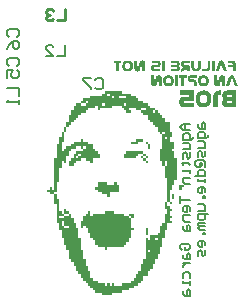
<source format=gbo>
%FSAX44Y44*%
%MOMM*%
G71*
G01*
G75*
G04 Layer_Color=32896*
%ADD10R,0.8000X0.9000*%
%ADD11R,0.9000X0.8000*%
%ADD12R,1.2000X2.0000*%
%ADD13O,0.4500X1.5000*%
%ADD14R,0.4500X1.5000*%
%ADD15R,1.8000X1.3000*%
%ADD16C,0.2000*%
%ADD17C,0.3000*%
%ADD18C,0.4000*%
%ADD19C,0.7000*%
%ADD20C,0.5000*%
%ADD21R,2.4130X3.6830*%
%ADD22C,2.3000*%
%ADD23R,2.4400X2.4400*%
%ADD24R,2.4400X2.4400*%
%ADD25C,1.0000*%
%ADD26C,1.8000*%
%ADD27C,0.8000*%
%ADD28C,0.6000*%
%ADD29C,0.2540*%
%ADD30C,0.1500*%
%ADD31C,0.1000*%
%ADD32R,1.0032X1.1032*%
%ADD33R,1.1032X1.0032*%
%ADD34R,1.4032X2.2032*%
%ADD35O,0.6532X1.7032*%
%ADD36R,0.6532X1.7032*%
%ADD37R,2.0032X1.5032*%
%ADD38C,2.5032*%
%ADD39R,2.6432X2.6432*%
%ADD40R,2.6432X2.6432*%
%ADD41C,1.2032*%
%ADD42C,2.0032*%
%ADD43C,1.0032*%
G36*
X00047537Y00209908D02*
X00047740Y00209892D01*
X00047912Y00209861D01*
X00048068Y00209830D01*
X00048193Y00209783D01*
X00048303Y00209751D01*
X00048365Y00209736D01*
X00048381Y00209720D01*
X00048553Y00209642D01*
X00048709Y00209548D01*
X00048834Y00209470D01*
X00048959Y00209377D01*
X00049053Y00209298D01*
X00049115Y00209252D01*
X00049162Y00209205D01*
X00049177Y00209189D01*
X00049396Y00208939D01*
X00049552Y00208689D01*
X00049615Y00208580D01*
X00049662Y00208502D01*
X00049677Y00208439D01*
X00049693Y00208424D01*
X00049755Y00208252D01*
X00049787Y00208096D01*
X00049818Y00207939D01*
X00049849Y00207799D01*
Y00207674D01*
X00049865Y00207580D01*
Y00207518D01*
Y00207502D01*
X00049849Y00207268D01*
X00049833Y00207033D01*
X00049802Y00206830D01*
X00049755Y00206643D01*
X00049709Y00206487D01*
X00049677Y00206362D01*
X00049662Y00206299D01*
X00049646Y00206268D01*
X00049537Y00206065D01*
X00049412Y00205877D01*
X00049287Y00205721D01*
X00049146Y00205581D01*
X00049021Y00205471D01*
X00048912Y00205393D01*
X00048849Y00205346D01*
X00048818Y00205331D01*
X00049006Y00205190D01*
X00049146Y00205049D01*
X00049209Y00205003D01*
X00049256Y00204956D01*
X00049271Y00204925D01*
X00049287Y00204909D01*
X00049427Y00204722D01*
X00049537Y00204550D01*
X00049568Y00204487D01*
X00049599Y00204425D01*
X00049630Y00204393D01*
Y00204378D01*
X00049709Y00204175D01*
X00049771Y00204003D01*
X00049787Y00203940D01*
X00049802Y00203878D01*
X00049818Y00203847D01*
Y00203831D01*
X00049849Y00203644D01*
X00049865Y00203472D01*
X00049880Y00203409D01*
Y00203362D01*
Y00203331D01*
Y00203316D01*
X00049865Y00203113D01*
X00049849Y00202925D01*
X00049818Y00202753D01*
X00049787Y00202597D01*
X00049755Y00202472D01*
X00049740Y00202378D01*
X00049709Y00202300D01*
Y00202285D01*
X00049630Y00202113D01*
X00049552Y00201957D01*
X00049474Y00201800D01*
X00049396Y00201675D01*
X00049334Y00201582D01*
X00049271Y00201504D01*
X00049240Y00201457D01*
X00049224Y00201441D01*
X00049099Y00201316D01*
X00048974Y00201207D01*
X00048834Y00201097D01*
X00048709Y00201019D01*
X00048600Y00200957D01*
X00048506Y00200910D01*
X00048443Y00200879D01*
X00048428Y00200863D01*
X00048240Y00200801D01*
X00048053Y00200754D01*
X00047865Y00200707D01*
X00047694Y00200691D01*
X00047537Y00200676D01*
X00047428Y00200660D01*
X00042148D01*
Y00203050D01*
X00046975D01*
X00047116Y00203066D01*
X00047240Y00203128D01*
X00047303Y00203175D01*
X00047334Y00203191D01*
X00047412Y00203316D01*
X00047459Y00203440D01*
X00047475Y00203550D01*
Y00203566D01*
Y00203581D01*
X00047459Y00203737D01*
X00047397Y00203862D01*
X00047350Y00203925D01*
X00047334Y00203956D01*
X00047225Y00204050D01*
X00047116Y00204097D01*
X00047022Y00204112D01*
X00042148D01*
Y00206502D01*
X00046975D01*
X00047131Y00206518D01*
X00047256Y00206580D01*
X00047319Y00206627D01*
X00047350Y00206643D01*
X00047428Y00206768D01*
X00047459Y00206893D01*
X00047475Y00206987D01*
Y00207002D01*
Y00207018D01*
X00047459Y00207158D01*
X00047397Y00207268D01*
X00047350Y00207346D01*
X00047334Y00207377D01*
X00047225Y00207471D01*
X00047116Y00207518D01*
X00047022Y00207533D01*
X00042148D01*
Y00209923D01*
X00047319D01*
X00047537Y00209908D01*
D02*
G37*
G36*
X00010922Y00076200D02*
X00008890D01*
Y00078232D01*
X00006858D01*
Y00080264D01*
X00010922D01*
Y00076200D01*
D02*
G37*
G36*
X00023114Y00061976D02*
X00021082D01*
Y00068072D01*
X00023114D01*
Y00061976D01*
D02*
G37*
G36*
X00058628Y00207533D02*
X00053786D01*
X00053645Y00207502D01*
X00053551Y00207455D01*
X00053473Y00207408D01*
X00053458Y00207377D01*
X00053380Y00207252D01*
X00053333Y00207143D01*
X00053317Y00207049D01*
Y00207033D01*
Y00207018D01*
X00053333Y00206861D01*
X00053380Y00206752D01*
X00053442Y00206674D01*
X00053458Y00206643D01*
X00053567Y00206565D01*
X00053676Y00206518D01*
X00053770Y00206502D01*
X00055816D01*
X00056066Y00206471D01*
X00056301Y00206440D01*
X00056519Y00206393D01*
X00056722Y00206330D01*
X00056910Y00206268D01*
X00057082Y00206206D01*
X00057222Y00206143D01*
X00057363Y00206065D01*
X00057488Y00206002D01*
X00057582Y00205940D01*
X00057660Y00205877D01*
X00057738Y00205831D01*
X00057785Y00205799D01*
X00057800Y00205784D01*
X00057816Y00205768D01*
X00057956Y00205627D01*
X00058081Y00205471D01*
X00058191Y00205299D01*
X00058285Y00205128D01*
X00058425Y00204768D01*
X00058519Y00204425D01*
X00058581Y00204112D01*
X00058597Y00203972D01*
X00058612Y00203847D01*
X00058628Y00203753D01*
Y00203675D01*
Y00203628D01*
Y00203612D01*
Y00200660D01*
X00056238D01*
Y00202800D01*
X00050724Y00200551D01*
Y00203175D01*
X00053583Y00204128D01*
X00053317Y00204159D01*
X00053083Y00204206D01*
X00052880Y00204253D01*
X00052708Y00204315D01*
X00052567Y00204362D01*
X00052458Y00204409D01*
X00052380Y00204440D01*
X00052364Y00204456D01*
X00052192Y00204565D01*
X00052021Y00204675D01*
X00051880Y00204784D01*
X00051771Y00204878D01*
X00051677Y00204971D01*
X00051614Y00205049D01*
X00051568Y00205096D01*
X00051552Y00205112D01*
X00051442Y00205268D01*
X00051333Y00205424D01*
X00051255Y00205581D01*
X00051193Y00205721D01*
X00051146Y00205846D01*
X00051115Y00205940D01*
X00051083Y00206002D01*
Y00206018D01*
X00050989Y00206393D01*
X00050958Y00206565D01*
X00050943Y00206721D01*
X00050927Y00206846D01*
Y00206940D01*
Y00207018D01*
Y00207033D01*
Y00207252D01*
X00050958Y00207455D01*
X00050974Y00207627D01*
X00051005Y00207799D01*
X00051036Y00207939D01*
X00051068Y00208033D01*
X00051083Y00208111D01*
X00051099Y00208127D01*
X00051177Y00208314D01*
X00051255Y00208502D01*
X00051349Y00208658D01*
X00051442Y00208783D01*
X00051521Y00208892D01*
X00051583Y00208986D01*
X00051630Y00209033D01*
X00051646Y00209049D01*
X00051802Y00209189D01*
X00051958Y00209314D01*
X00052114Y00209423D01*
X00052270Y00209517D01*
X00052411Y00209595D01*
X00052520Y00209642D01*
X00052583Y00209673D01*
X00052614Y00209689D01*
X00052848Y00209767D01*
X00053083Y00209830D01*
X00053317Y00209861D01*
X00053536Y00209892D01*
X00053739Y00209908D01*
X00053879Y00209923D01*
X00058628D01*
Y00207533D01*
D02*
G37*
G36*
X-00005334Y00080264D02*
X00002794D01*
Y00078232D01*
X00006858D01*
Y00076200D01*
X00008890D01*
Y00068072D01*
X00010922D01*
Y00066040D01*
X00008890D01*
Y00059944D01*
X00006858D01*
Y00055880D01*
X00004826D01*
Y00053848D01*
X00002794D01*
Y00051816D01*
X-00011430D01*
Y00049784D01*
X-00013462D01*
Y00051816D01*
X-00019558D01*
Y00053848D01*
X-00021590D01*
Y00057912D01*
X-00023622D01*
Y00059944D01*
X-00025654D01*
Y00064008D01*
X-00027686D01*
Y00068072D01*
X-00029718D01*
Y00070104D01*
X-00031750D01*
Y00068072D01*
X-00033782D01*
Y00074168D01*
X-00031750D01*
Y00078232D01*
X-00029718D01*
Y00080264D01*
X-00027686D01*
Y00082296D01*
X-00025654D01*
Y00078232D01*
X-00023622D01*
Y00080264D01*
X-00013462D01*
Y00082296D01*
X-00005334D01*
Y00080264D01*
D02*
G37*
G36*
X-00003302Y00104648D02*
X-00001270D01*
Y00098552D01*
X-00009398D01*
Y00094488D01*
X-00011430D01*
Y00096520D01*
X-00015494D01*
Y00098552D01*
X-00019558D01*
Y00100584D01*
X-00021590D01*
Y00102616D01*
X-00019558D01*
Y00106680D01*
X-00011430D01*
Y00104648D01*
X-00005334D01*
Y00106680D01*
X-00003302D01*
Y00104648D01*
D02*
G37*
G36*
X00037290Y00200660D02*
X00034900D01*
Y00209923D01*
X00037290D01*
Y00200660D01*
D02*
G37*
G36*
X00045466Y00092456D02*
X00043434D01*
Y00096520D01*
X00045466D01*
Y00092456D01*
D02*
G37*
G36*
X00053594Y00102616D02*
X00051562D01*
Y00100584D01*
X00049530D01*
Y00104648D01*
X00053594D01*
Y00102616D01*
D02*
G37*
G36*
X00075952Y00204722D02*
X00075936Y00204378D01*
X00075905Y00204065D01*
X00075874Y00203769D01*
X00075827Y00203534D01*
X00075780Y00203316D01*
X00075733Y00203159D01*
X00075718Y00203113D01*
Y00203066D01*
X00075702Y00203050D01*
Y00203034D01*
X00075593Y00202769D01*
X00075468Y00202519D01*
X00075343Y00202300D01*
X00075218Y00202113D01*
X00075093Y00201957D01*
X00074999Y00201847D01*
X00074936Y00201785D01*
X00074921Y00201754D01*
X00074718Y00201566D01*
X00074499Y00201410D01*
X00074280Y00201269D01*
X00074077Y00201144D01*
X00073906Y00201066D01*
X00073749Y00200988D01*
X00073656Y00200957D01*
X00073640Y00200941D01*
X00073624D01*
X00073327Y00200847D01*
X00073015Y00200785D01*
X00072703Y00200723D01*
X00072421Y00200691D01*
X00072172Y00200676D01*
X00072078D01*
X00071984Y00200660D01*
X00068844D01*
Y00203050D01*
X00071859D01*
X00072156Y00203066D01*
X00072406Y00203113D01*
X00072625Y00203191D01*
X00072796Y00203269D01*
X00072937Y00203347D01*
X00073046Y00203425D01*
X00073109Y00203472D01*
X00073124Y00203487D01*
X00073265Y00203659D01*
X00073374Y00203862D01*
X00073453Y00204065D01*
X00073499Y00204268D01*
X00073531Y00204440D01*
X00073562Y00204597D01*
Y00204690D01*
Y00204706D01*
Y00204722D01*
Y00209923D01*
X00075952D01*
Y00204722D01*
D02*
G37*
G36*
X00070647Y00184630D02*
X00071184Y00184582D01*
X00071696Y00184484D01*
X00072185Y00184362D01*
X00072624Y00184240D01*
X00073014Y00184069D01*
X00073381Y00183923D01*
X00073722Y00183752D01*
X00074015Y00183581D01*
X00074259Y00183410D01*
X00074479Y00183239D01*
X00074650Y00183117D01*
X00074796Y00182995D01*
X00074894Y00182897D01*
X00074943Y00182848D01*
X00074967Y00182824D01*
X00075260Y00182458D01*
X00075529Y00182067D01*
X00075773Y00181652D01*
X00075968Y00181213D01*
X00076139Y00180774D01*
X00076285Y00180334D01*
X00076383Y00179895D01*
X00076481Y00179456D01*
X00076554Y00179065D01*
X00076627Y00178675D01*
X00076652Y00178333D01*
X00076700Y00178040D01*
Y00177796D01*
X00076725Y00177600D01*
Y00177503D01*
Y00177454D01*
Y00177381D01*
X00076700Y00176722D01*
X00076652Y00176112D01*
X00076554Y00175550D01*
X00076432Y00175013D01*
X00076285Y00174501D01*
X00076115Y00174037D01*
X00075919Y00173622D01*
X00075675Y00173207D01*
X00075455Y00172865D01*
X00075187Y00172523D01*
X00074918Y00172206D01*
X00074626Y00171938D01*
X00074333Y00171693D01*
X00074015Y00171474D01*
X00073405Y00171083D01*
X00072795Y00170790D01*
X00072185Y00170571D01*
X00071623Y00170400D01*
X00071111Y00170302D01*
X00070696Y00170229D01*
X00070525Y00170204D01*
X00070378D01*
X00070256Y00170180D01*
X00069939D01*
X00069329Y00170204D01*
X00068767Y00170253D01*
X00068230Y00170351D01*
X00067742Y00170497D01*
X00067278Y00170644D01*
X00066863Y00170839D01*
X00066473Y00171059D01*
X00066107Y00171303D01*
X00065765Y00171571D01*
X00065448Y00171840D01*
X00065179Y00172157D01*
X00064910Y00172450D01*
X00064471Y00173109D01*
X00064129Y00173793D01*
X00063861Y00174452D01*
X00063641Y00175111D01*
X00063495Y00175721D01*
X00063397Y00176258D01*
X00063373Y00176502D01*
X00063348Y00176722D01*
X00063324Y00176917D01*
X00063299Y00177064D01*
Y00177210D01*
Y00177307D01*
Y00177356D01*
Y00177381D01*
Y00177454D01*
X00063324Y00178113D01*
X00063373Y00178723D01*
X00063470Y00179285D01*
X00063592Y00179822D01*
X00063763Y00180334D01*
X00063934Y00180798D01*
X00064129Y00181213D01*
X00064349Y00181628D01*
X00064593Y00181970D01*
X00064862Y00182311D01*
X00065130Y00182629D01*
X00065423Y00182897D01*
X00065716Y00183141D01*
X00066033Y00183386D01*
X00066644Y00183752D01*
X00067278Y00184044D01*
X00067864Y00184264D01*
X00068425Y00184435D01*
X00068938Y00184533D01*
X00069353Y00184606D01*
X00069524Y00184630D01*
X00069670D01*
X00069792Y00184655D01*
X00070061D01*
X00070647Y00184630D01*
D02*
G37*
G36*
X00084487Y00180920D02*
X00084121Y00180896D01*
X00083803Y00180871D01*
X00083511Y00180823D01*
X00083266Y00180749D01*
X00083071Y00180676D01*
X00082925Y00180627D01*
X00082827Y00180603D01*
X00082803Y00180578D01*
X00082583Y00180432D01*
X00082412Y00180285D01*
X00082290Y00180115D01*
X00082192Y00179944D01*
X00082144Y00179797D01*
X00082119Y00179675D01*
Y00179578D01*
Y00179553D01*
Y00170180D01*
X00078384D01*
Y00179529D01*
X00078409Y00179993D01*
X00078458Y00180408D01*
X00078555Y00180798D01*
X00078653Y00181115D01*
X00078751Y00181384D01*
X00078848Y00181579D01*
X00078897Y00181701D01*
X00078921Y00181750D01*
X00079141Y00182092D01*
X00079361Y00182409D01*
X00079605Y00182678D01*
X00079825Y00182897D01*
X00080020Y00183093D01*
X00080166Y00183215D01*
X00080264Y00183312D01*
X00080313Y00183337D01*
X00080630Y00183581D01*
X00080972Y00183776D01*
X00081314Y00183947D01*
X00081607Y00184069D01*
X00081875Y00184167D01*
X00082070Y00184264D01*
X00082217Y00184289D01*
X00082241Y00184313D01*
X00082266D01*
X00082681Y00184435D01*
X00083071Y00184508D01*
X00083462Y00184582D01*
X00083779Y00184606D01*
X00084072Y00184630D01*
X00084292Y00184655D01*
X00084487D01*
Y00180920D01*
D02*
G37*
G36*
X00067782Y00204268D02*
X00067766Y00203972D01*
X00067735Y00203706D01*
X00067704Y00203456D01*
X00067657Y00203237D01*
X00067610Y00203050D01*
X00067563Y00202925D01*
X00067548Y00202831D01*
X00067532Y00202816D01*
Y00202800D01*
X00067423Y00202566D01*
X00067298Y00202347D01*
X00067173Y00202144D01*
X00067048Y00201988D01*
X00066939Y00201847D01*
X00066845Y00201754D01*
X00066782Y00201675D01*
X00066767Y00201660D01*
X00066564Y00201488D01*
X00066345Y00201347D01*
X00066142Y00201222D01*
X00065939Y00201113D01*
X00065767Y00201035D01*
X00065626Y00200972D01*
X00065533Y00200941D01*
X00065517Y00200926D01*
X00065501D01*
X00065220Y00200832D01*
X00064923Y00200769D01*
X00064627Y00200723D01*
X00064361Y00200691D01*
X00064142Y00200676D01*
X00063955Y00200660D01*
X00063799D01*
X00063439Y00200676D01*
X00063111Y00200707D01*
X00062815Y00200738D01*
X00062549Y00200785D01*
X00062346Y00200832D01*
X00062190Y00200879D01*
X00062143Y00200894D01*
X00062096D01*
X00062080Y00200910D01*
X00062065D01*
X00061799Y00201019D01*
X00061565Y00201144D01*
X00061346Y00201254D01*
X00061174Y00201379D01*
X00061034Y00201488D01*
X00060924Y00201566D01*
X00060846Y00201628D01*
X00060831Y00201644D01*
X00060659Y00201832D01*
X00060503Y00202035D01*
X00060378Y00202222D01*
X00060268Y00202394D01*
X00060190Y00202550D01*
X00060143Y00202675D01*
X00060112Y00202753D01*
X00060097Y00202785D01*
X00060018Y00203050D01*
X00059956Y00203300D01*
X00059909Y00203550D01*
X00059878Y00203784D01*
X00059862Y00203987D01*
X00059847Y00204144D01*
Y00204206D01*
Y00204253D01*
Y00204268D01*
Y00204284D01*
Y00209923D01*
X00062237D01*
Y00204284D01*
X00062252Y00204097D01*
X00062299Y00203909D01*
X00062362Y00203769D01*
X00062424Y00203628D01*
X00062487Y00203534D01*
X00062549Y00203456D01*
X00062596Y00203409D01*
X00062611Y00203394D01*
X00062768Y00203284D01*
X00062940Y00203191D01*
X00063143Y00203128D01*
X00063314Y00203097D01*
X00063486Y00203066D01*
X00063627Y00203050D01*
X00063783D01*
X00064049Y00203066D01*
X00064299Y00203097D01*
X00064502Y00203159D01*
X00064658Y00203222D01*
X00064798Y00203284D01*
X00064892Y00203347D01*
X00064955Y00203378D01*
X00064970Y00203394D01*
X00065111Y00203534D01*
X00065220Y00203675D01*
X00065283Y00203831D01*
X00065345Y00203972D01*
X00065376Y00204097D01*
X00065392Y00204190D01*
Y00204253D01*
Y00204284D01*
Y00209923D01*
X00067782D01*
Y00204268D01*
D02*
G37*
G36*
X00061615Y00175574D02*
X00053975D01*
X00053755Y00175526D01*
X00053609Y00175452D01*
X00053487Y00175379D01*
X00053463Y00175330D01*
X00053341Y00175135D01*
X00053292Y00174940D01*
X00053267Y00174793D01*
Y00174769D01*
Y00174745D01*
X00053292Y00174525D01*
X00053365Y00174354D01*
X00053438Y00174232D01*
X00053463Y00174208D01*
Y00174183D01*
X00053536Y00174086D01*
X00053633Y00174037D01*
X00053780Y00173939D01*
X00053926Y00173915D01*
X00061615D01*
Y00170180D01*
X00053975D01*
X00053609Y00170204D01*
X00053292Y00170229D01*
X00052974Y00170278D01*
X00052706Y00170351D01*
X00052486Y00170424D01*
X00052315Y00170473D01*
X00052218Y00170497D01*
X00052169Y00170522D01*
X00051876Y00170668D01*
X00051607Y00170815D01*
X00051363Y00170986D01*
X00051144Y00171132D01*
X00050973Y00171254D01*
X00050851Y00171376D01*
X00050778Y00171449D01*
X00050753Y00171474D01*
X00050533Y00171718D01*
X00050363Y00171962D01*
X00050216Y00172206D01*
X00050070Y00172450D01*
X00049972Y00172645D01*
X00049899Y00172792D01*
X00049874Y00172914D01*
X00049850Y00172938D01*
X00049752Y00173256D01*
X00049655Y00173573D01*
X00049606Y00173866D01*
X00049581Y00174159D01*
X00049557Y00174403D01*
X00049533Y00174574D01*
Y00174696D01*
Y00174745D01*
Y00175135D01*
X00049581Y00175477D01*
X00049703Y00176136D01*
X00049899Y00176697D01*
X00050094Y00177185D01*
X00050192Y00177381D01*
X00050289Y00177552D01*
X00050387Y00177722D01*
X00050485Y00177845D01*
X00050558Y00177942D01*
X00050607Y00178015D01*
X00050631Y00178040D01*
X00050655Y00178064D01*
X00050875Y00178284D01*
X00051119Y00178479D01*
X00051388Y00178650D01*
X00051656Y00178797D01*
X00052193Y00179016D01*
X00052730Y00179163D01*
X00053218Y00179236D01*
X00053438Y00179260D01*
X00053609Y00179285D01*
X00053755Y00179309D01*
X00057856D01*
Y00180920D01*
X00050021D01*
Y00184655D01*
X00061615D01*
Y00175574D01*
D02*
G37*
G36*
X00097790Y00170180D02*
X00090565D01*
X00090101Y00170204D01*
X00089662Y00170229D01*
X00089271Y00170302D01*
X00088954Y00170375D01*
X00088685Y00170424D01*
X00088490Y00170497D01*
X00088368Y00170522D01*
X00088319Y00170546D01*
X00087977Y00170693D01*
X00087684Y00170839D01*
X00087440Y00171010D01*
X00087221Y00171156D01*
X00087050Y00171303D01*
X00086928Y00171401D01*
X00086855Y00171474D01*
X00086830Y00171498D01*
X00086635Y00171742D01*
X00086464Y00171962D01*
X00086318Y00172182D01*
X00086195Y00172401D01*
X00086122Y00172572D01*
X00086049Y00172719D01*
X00086000Y00172816D01*
Y00172841D01*
X00085903Y00173134D01*
X00085854Y00173402D01*
X00085805Y00173646D01*
X00085756Y00173866D01*
Y00174061D01*
X00085732Y00174208D01*
Y00174305D01*
Y00174330D01*
X00085756Y00174598D01*
X00085781Y00174867D01*
X00085805Y00174964D01*
Y00175037D01*
X00085829Y00175086D01*
Y00175111D01*
X00085927Y00175428D01*
X00086025Y00175697D01*
X00086074Y00175819D01*
X00086098Y00175892D01*
X00086147Y00175941D01*
Y00175965D01*
X00086318Y00176282D01*
X00086464Y00176551D01*
X00086537Y00176649D01*
X00086610Y00176722D01*
X00086635Y00176770D01*
X00086659Y00176795D01*
X00086903Y00177064D01*
X00087148Y00177283D01*
X00087269Y00177356D01*
X00087343Y00177430D01*
X00087392Y00177454D01*
X00087416Y00177478D01*
X00087123Y00177698D01*
X00086879Y00177918D01*
X00086781Y00178015D01*
X00086708Y00178089D01*
X00086684Y00178113D01*
X00086659Y00178137D01*
X00086440Y00178430D01*
X00086293Y00178699D01*
X00086244Y00178797D01*
X00086195Y00178870D01*
X00086171Y00178919D01*
Y00178943D01*
X00086049Y00179236D01*
X00085976Y00179504D01*
X00085951Y00179602D01*
Y00179675D01*
X00085927Y00179724D01*
Y00179748D01*
X00085878Y00180041D01*
X00085854Y00180285D01*
Y00180383D01*
Y00180456D01*
Y00180481D01*
Y00180505D01*
X00085878Y00180847D01*
X00085903Y00181189D01*
X00085976Y00181482D01*
X00086025Y00181726D01*
X00086098Y00181945D01*
X00086171Y00182092D01*
X00086195Y00182214D01*
X00086220Y00182238D01*
X00086366Y00182507D01*
X00086513Y00182775D01*
X00086659Y00182995D01*
X00086830Y00183190D01*
X00086952Y00183337D01*
X00087074Y00183434D01*
X00087148Y00183507D01*
X00087172Y00183532D01*
X00087416Y00183727D01*
X00087660Y00183898D01*
X00087904Y00184020D01*
X00088148Y00184142D01*
X00088344Y00184240D01*
X00088514Y00184313D01*
X00088612Y00184338D01*
X00088661Y00184362D01*
X00088978Y00184459D01*
X00089320Y00184533D01*
X00089637Y00184582D01*
X00089930Y00184630D01*
X00090199D01*
X00090394Y00184655D01*
X00097790D01*
Y00170180D01*
D02*
G37*
G36*
X00085340Y00210017D02*
X00085574Y00209986D01*
X00085793Y00209923D01*
X00085981Y00209861D01*
X00086121Y00209798D01*
X00086246Y00209736D01*
X00086309Y00209705D01*
X00086340Y00209689D01*
X00086527Y00209548D01*
X00086684Y00209392D01*
X00086824Y00209220D01*
X00086933Y00209049D01*
X00087027Y00208892D01*
X00087090Y00208767D01*
X00087121Y00208674D01*
X00087136Y00208658D01*
Y00208642D01*
X00089948Y00200660D01*
X00087418D01*
X00085090Y00207346D01*
X00082747Y00200660D01*
X00080201D01*
X00083028Y00208642D01*
X00083138Y00208892D01*
X00083263Y00209111D01*
X00083403Y00209283D01*
X00083528Y00209439D01*
X00083637Y00209548D01*
X00083731Y00209627D01*
X00083794Y00209673D01*
X00083825Y00209689D01*
X00084028Y00209798D01*
X00084247Y00209892D01*
X00084450Y00209954D01*
X00084653Y00209986D01*
X00084825Y00210017D01*
X00084950Y00210033D01*
X00085075D01*
X00085340Y00210017D01*
D02*
G37*
G36*
X00079529Y00200660D02*
X00077139D01*
Y00209923D01*
X00079529D01*
Y00200660D01*
D02*
G37*
G36*
X00018623Y00209954D02*
X00018795Y00209923D01*
X00018951Y00209892D01*
X00019076Y00209861D01*
X00019185Y00209830D01*
X00019248Y00209814D01*
X00019263Y00209798D01*
X00019435Y00209720D01*
X00019591Y00209642D01*
X00019748Y00209564D01*
X00019872Y00209486D01*
X00019966Y00209408D01*
X00020044Y00209345D01*
X00020091Y00209314D01*
X00020107Y00209298D01*
X00020341Y00209033D01*
X00020435Y00208908D01*
X00020513Y00208783D01*
X00020575Y00208674D01*
X00020622Y00208580D01*
X00020638Y00208517D01*
X00020654Y00208502D01*
X00020716Y00208330D01*
X00020763Y00208143D01*
X00020794Y00207971D01*
X00020810Y00207814D01*
X00020825Y00207674D01*
X00020841Y00207565D01*
Y00207502D01*
Y00207471D01*
Y00200660D01*
X00018357D01*
Y00207455D01*
X00018342Y00207533D01*
X00018310Y00207565D01*
X00018295Y00207580D01*
X00018279D01*
X00018217Y00207565D01*
X00018185Y00207533D01*
X00018170Y00207486D01*
Y00207471D01*
X00016545Y00202456D01*
X00016420Y00202144D01*
X00016280Y00201863D01*
X00016123Y00201613D01*
X00015967Y00201425D01*
X00015827Y00201269D01*
X00015717Y00201160D01*
X00015639Y00201082D01*
X00015608Y00201066D01*
X00015358Y00200910D01*
X00015108Y00200785D01*
X00014874Y00200707D01*
X00014639Y00200644D01*
X00014452Y00200613D01*
X00014296Y00200597D01*
X00014233Y00200582D01*
X00014155D01*
X00013952Y00200597D01*
X00013749Y00200613D01*
X00013577Y00200644D01*
X00013421Y00200676D01*
X00013296Y00200707D01*
X00013202Y00200723D01*
X00013140Y00200754D01*
X00013124D01*
X00012952Y00200832D01*
X00012796Y00200910D01*
X00012656Y00200988D01*
X00012531Y00201066D01*
X00012437Y00201144D01*
X00012359Y00201207D01*
X00012312Y00201238D01*
X00012296Y00201254D01*
X00012171Y00201379D01*
X00012062Y00201519D01*
X00011953Y00201644D01*
X00011875Y00201769D01*
X00011812Y00201878D01*
X00011765Y00201972D01*
X00011750Y00202035D01*
X00011734Y00202050D01*
X00011671Y00202222D01*
X00011609Y00202410D01*
X00011578Y00202581D01*
X00011562Y00202738D01*
X00011546Y00202878D01*
X00011531Y00202987D01*
Y00203050D01*
Y00203081D01*
Y00209908D01*
X00014015D01*
Y00203128D01*
X00014030Y00203034D01*
X00014061Y00202987D01*
X00014093Y00202972D01*
X00014108D01*
X00014155Y00202987D01*
X00014186Y00203034D01*
X00014218Y00203066D01*
Y00203081D01*
X00015733Y00207752D01*
X00015874Y00208127D01*
X00016030Y00208455D01*
X00016201Y00208736D01*
X00016373Y00208970D01*
X00016514Y00209142D01*
X00016639Y00209283D01*
X00016717Y00209361D01*
X00016733Y00209392D01*
X00016748D01*
X00016998Y00209595D01*
X00017264Y00209736D01*
X00017514Y00209845D01*
X00017748Y00209908D01*
X00017935Y00209954D01*
X00018092Y00209970D01*
X00018154Y00209986D01*
X00018435D01*
X00018623Y00209954D01*
D02*
G37*
G36*
X00094025Y00209908D02*
X00094369Y00209876D01*
X00094681Y00209830D01*
X00094947Y00209783D01*
X00095166Y00209720D01*
X00095322Y00209673D01*
X00095384Y00209658D01*
X00095431Y00209642D01*
X00095447Y00209627D01*
X00095463D01*
X00095744Y00209517D01*
X00095994Y00209377D01*
X00096212Y00209252D01*
X00096400Y00209111D01*
X00096556Y00209002D01*
X00096665Y00208908D01*
X00096728Y00208845D01*
X00096759Y00208814D01*
X00096946Y00208611D01*
X00097103Y00208392D01*
X00097228Y00208174D01*
X00097337Y00207971D01*
X00097431Y00207783D01*
X00097493Y00207643D01*
X00097524Y00207549D01*
X00097540Y00207533D01*
Y00207518D01*
X00097618Y00207236D01*
X00097681Y00206940D01*
X00097727Y00206658D01*
X00097759Y00206409D01*
X00097774Y00206174D01*
X00097790Y00206002D01*
Y00205940D01*
Y00205893D01*
Y00205862D01*
Y00205846D01*
Y00200660D01*
X00095400D01*
Y00204112D01*
X00090511D01*
Y00206502D01*
X00095322D01*
X00095306Y00206690D01*
X00095259Y00206815D01*
X00095212Y00206908D01*
X00095197Y00206940D01*
X00095072Y00207065D01*
X00094963Y00207174D01*
X00094853Y00207236D01*
X00094838Y00207252D01*
X00094822D01*
X00094635Y00207346D01*
X00094478Y00207408D01*
X00094400Y00207424D01*
X00094353Y00207439D01*
X00094322Y00207455D01*
X00094306D01*
X00094088Y00207502D01*
X00093885Y00207518D01*
X00093807Y00207533D01*
X00090511D01*
Y00209923D01*
X00093650D01*
X00094025Y00209908D01*
D02*
G37*
G36*
X-00048006Y00141224D02*
X-00050038D01*
Y00133096D01*
X-00048006D01*
Y00135128D01*
X-00045974D01*
Y00137160D01*
X-00041910D01*
Y00139192D01*
X-00039878D01*
Y00141224D01*
X-00033782D01*
Y00143256D01*
X-00031750D01*
Y00141224D01*
X-00027686D01*
Y00139192D01*
X-00023622D01*
Y00135128D01*
X-00021590D01*
Y00133096D01*
X-00019558D01*
Y00131064D01*
X-00017526D01*
Y00127000D01*
X-00023622D01*
Y00122936D01*
X-00025654D01*
Y00124968D01*
X-00029718D01*
Y00127000D01*
X-00033782D01*
Y00124968D01*
X-00037846D01*
Y00122936D01*
X-00039878D01*
Y00120904D01*
X-00043942D01*
Y00124968D01*
X-00041910D01*
Y00127000D01*
X-00039878D01*
Y00131064D01*
X-00037846D01*
Y00133096D01*
X-00031750D01*
Y00135128D01*
X-00033782D01*
Y00137160D01*
X-00037846D01*
Y00135128D01*
X-00041910D01*
Y00133096D01*
X-00043942D01*
Y00129032D01*
X-00045974D01*
Y00122936D01*
X-00048006D01*
Y00124968D01*
X-00050038D01*
Y00118872D01*
X-00052070D01*
Y00106680D01*
X-00054102D01*
Y00098552D01*
X-00056134D01*
Y00096520D01*
X-00054102D01*
Y00092456D01*
X-00052070D01*
Y00082296D01*
X-00050038D01*
Y00080264D01*
X-00048006D01*
Y00078232D01*
X-00043942D01*
Y00080264D01*
X-00048006D01*
Y00084328D01*
X-00045974D01*
Y00082296D01*
X-00043942D01*
Y00080264D01*
X-00041910D01*
Y00076200D01*
X-00039878D01*
Y00072136D01*
X-00037846D01*
Y00068072D01*
X-00035814D01*
Y00059944D01*
X-00033782D01*
Y00049784D01*
X-00031750D01*
Y00041656D01*
X-00029718D01*
Y00035560D01*
X-00027686D01*
Y00031496D01*
X-00025654D01*
Y00025400D01*
X-00023622D01*
Y00023368D01*
X-00019558D01*
Y00021336D01*
X-00013462D01*
Y00019304D01*
X-00011430D01*
Y00021336D01*
X-00009398D01*
Y00019304D01*
X-00007366D01*
Y00021336D01*
X-00005334D01*
Y00019304D01*
X00000762D01*
Y00021336D01*
X00008890D01*
Y00023368D01*
X00010922D01*
Y00025400D01*
X00012954D01*
Y00029464D01*
X00014986D01*
Y00031496D01*
X00017018D01*
Y00037592D01*
X00019050D01*
Y00041656D01*
X00021082D01*
Y00059944D01*
X00023114D01*
Y00057912D01*
X00025146D01*
Y00061976D01*
X00031242D01*
Y00064008D01*
X00033274D01*
Y00070104D01*
X00035306D01*
Y00072136D01*
X00037338D01*
Y00080264D01*
X00039370D01*
Y00084328D01*
X00037338D01*
Y00090424D01*
X00039370D01*
Y00086360D01*
X00041402D01*
Y00084328D01*
X00043434D01*
Y00082296D01*
X00041402D01*
Y00078232D01*
X00043434D01*
Y00076200D01*
X00041402D01*
Y00074168D01*
X00043434D01*
Y00072136D01*
X00039370D01*
Y00066040D01*
X00037338D01*
Y00059944D01*
X00035306D01*
Y00051816D01*
X00033274D01*
Y00045720D01*
X00031242D01*
Y00041656D01*
X00029210D01*
Y00037592D01*
X00027178D01*
Y00033528D01*
X00025146D01*
Y00031496D01*
X00023114D01*
Y00027432D01*
X00019050D01*
Y00023368D01*
X00017018D01*
Y00021336D01*
X00014986D01*
Y00019304D01*
X00010922D01*
Y00017272D01*
X00006858D01*
Y00015240D01*
X00000762D01*
Y00013208D01*
X-00007366D01*
Y00011176D01*
X-00015494D01*
Y00013208D01*
X-00021590D01*
Y00015240D01*
X-00023622D01*
Y00017272D01*
X-00025654D01*
Y00019304D01*
X-00027686D01*
Y00021336D01*
X-00029718D01*
Y00023368D01*
X-00031750D01*
Y00025400D01*
X-00033782D01*
Y00029464D01*
X-00035814D01*
Y00031496D01*
X-00037846D01*
Y00035560D01*
X-00039878D01*
Y00039624D01*
X-00041910D01*
Y00041656D01*
X-00043942D01*
Y00049784D01*
X-00045974D01*
Y00053848D01*
X-00048006D01*
Y00059944D01*
X-00050038D01*
Y00066040D01*
X-00052070D01*
Y00072136D01*
X-00054102D01*
Y00088392D01*
X-00056134D01*
Y00096520D01*
X-00060198D01*
Y00098552D01*
X-00062230D01*
Y00100584D01*
X-00060198D01*
Y00102616D01*
X-00058166D01*
Y00100584D01*
X-00056134D01*
Y00127000D01*
X-00054102D01*
Y00139192D01*
X-00052070D01*
Y00145288D01*
X-00050038D01*
Y00149352D01*
X-00048006D01*
Y00141224D01*
D02*
G37*
G36*
X00000762Y00181864D02*
X00008890D01*
Y00179832D01*
X00012954D01*
Y00177800D01*
X00014986D01*
Y00175768D01*
X00019050D01*
Y00173736D01*
X00023114D01*
Y00171704D01*
X00025146D01*
Y00169672D01*
X00029210D01*
Y00167640D01*
X00031242D01*
Y00165608D01*
X00033274D01*
Y00163576D01*
X00035306D01*
Y00161544D01*
X00037338D01*
Y00157480D01*
X00041402D01*
Y00149352D01*
X00043434D01*
Y00145288D01*
X00041402D01*
Y00141224D01*
X00045466D01*
Y00135128D01*
X00043434D01*
Y00133096D01*
X00045466D01*
Y00127000D01*
X00047498D01*
Y00108712D01*
X00045466D01*
Y00104648D01*
X00043434D01*
Y00100584D01*
X00041402D01*
Y00090424D01*
X00043434D01*
Y00088392D01*
X00041402D01*
Y00090424D01*
X00039370D01*
Y00110744D01*
X00037338D01*
Y00120904D01*
X00035306D01*
Y00124968D01*
X00033274D01*
Y00135128D01*
X00035306D01*
Y00147320D01*
X00033274D01*
Y00149352D01*
X00031242D01*
Y00153416D01*
X00029210D01*
Y00155448D01*
X00027178D01*
Y00157480D01*
X00025146D01*
Y00159512D01*
X00023114D01*
Y00163576D01*
X00019050D01*
Y00165608D01*
X00017018D01*
Y00167640D01*
X00012954D01*
Y00169672D01*
X00006858D01*
Y00167640D01*
X00008890D01*
Y00165608D01*
X00004826D01*
Y00167640D01*
X00002794D01*
Y00169672D01*
X00000762D01*
Y00171704D01*
X-00007366D01*
Y00169672D01*
X-00017526D01*
Y00167640D01*
X-00019558D01*
Y00171704D01*
X-00021590D01*
Y00169672D01*
X-00027686D01*
Y00167640D01*
X-00029718D01*
Y00165608D01*
X-00033782D01*
Y00163576D01*
X-00035814D01*
Y00161544D01*
X-00037846D01*
Y00159512D01*
X-00039878D01*
Y00157480D01*
X-00041910D01*
Y00155448D01*
X-00043942D01*
Y00153416D01*
X-00045974D01*
Y00157480D01*
X-00043942D01*
Y00163576D01*
X-00041910D01*
Y00167640D01*
X-00039878D01*
Y00171704D01*
X-00037846D01*
Y00173736D01*
X-00033782D01*
Y00171704D01*
X-00029718D01*
Y00173736D01*
X-00033782D01*
Y00175768D01*
X-00031750D01*
Y00177800D01*
X-00025654D01*
Y00179832D01*
X-00015494D01*
Y00181864D01*
X-00013462D01*
Y00183896D01*
X00000762D01*
Y00181864D01*
D02*
G37*
G36*
X00094317Y00197531D02*
X00094552Y00197500D01*
X00094770Y00197438D01*
X00094958Y00197375D01*
X00095098Y00197313D01*
X00095223Y00197250D01*
X00095286Y00197219D01*
X00095317Y00197203D01*
X00095505Y00197063D01*
X00095661Y00196907D01*
X00095801Y00196735D01*
X00095911Y00196563D01*
X00096004Y00196407D01*
X00096067Y00196282D01*
X00096098Y00196188D01*
X00096114Y00196172D01*
Y00196157D01*
X00098926Y00188174D01*
X00096395D01*
X00094067Y00194860D01*
X00091724Y00188174D01*
X00089178D01*
X00092006Y00196157D01*
X00092115Y00196407D01*
X00092240Y00196625D01*
X00092380Y00196797D01*
X00092505Y00196954D01*
X00092615Y00197063D01*
X00092708Y00197141D01*
X00092771Y00197188D01*
X00092802Y00197203D01*
X00093005Y00197313D01*
X00093224Y00197407D01*
X00093427Y00197469D01*
X00093630Y00197500D01*
X00093802Y00197531D01*
X00093927Y00197547D01*
X00094052D01*
X00094317Y00197531D01*
D02*
G37*
G36*
X00086288Y00197469D02*
X00086460Y00197438D01*
X00086616Y00197407D01*
X00086741Y00197375D01*
X00086851Y00197344D01*
X00086913Y00197328D01*
X00086929Y00197313D01*
X00087100Y00197235D01*
X00087257Y00197157D01*
X00087413Y00197078D01*
X00087538Y00197000D01*
X00087632Y00196922D01*
X00087710Y00196860D01*
X00087757Y00196828D01*
X00087772Y00196813D01*
X00088006Y00196547D01*
X00088100Y00196422D01*
X00088178Y00196297D01*
X00088241Y00196188D01*
X00088288Y00196094D01*
X00088303Y00196032D01*
X00088319Y00196016D01*
X00088381Y00195844D01*
X00088428Y00195657D01*
X00088460Y00195485D01*
X00088475Y00195329D01*
X00088491Y00195188D01*
X00088506Y00195079D01*
Y00195016D01*
Y00194985D01*
Y00188174D01*
X00086023D01*
Y00194970D01*
X00086007Y00195048D01*
X00085976Y00195079D01*
X00085960Y00195095D01*
X00085944D01*
X00085882Y00195079D01*
X00085851Y00195048D01*
X00085835Y00195001D01*
Y00194985D01*
X00084211Y00189971D01*
X00084086Y00189658D01*
X00083945Y00189377D01*
X00083789Y00189127D01*
X00083633Y00188940D01*
X00083492Y00188784D01*
X00083383Y00188674D01*
X00083305Y00188596D01*
X00083273Y00188581D01*
X00083023Y00188424D01*
X00082773Y00188299D01*
X00082539Y00188221D01*
X00082305Y00188159D01*
X00082117Y00188128D01*
X00081961Y00188112D01*
X00081899Y00188096D01*
X00081821D01*
X00081617Y00188112D01*
X00081414Y00188128D01*
X00081243Y00188159D01*
X00081086Y00188190D01*
X00080961Y00188221D01*
X00080868Y00188237D01*
X00080805Y00188268D01*
X00080790D01*
X00080618Y00188346D01*
X00080462Y00188424D01*
X00080321Y00188503D01*
X00080196Y00188581D01*
X00080102Y00188659D01*
X00080024Y00188721D01*
X00079977Y00188752D01*
X00079962Y00188768D01*
X00079837Y00188893D01*
X00079727Y00189034D01*
X00079618Y00189159D01*
X00079540Y00189284D01*
X00079477Y00189393D01*
X00079430Y00189487D01*
X00079415Y00189549D01*
X00079399Y00189565D01*
X00079337Y00189737D01*
X00079274Y00189924D01*
X00079243Y00190096D01*
X00079227Y00190252D01*
X00079212Y00190393D01*
X00079196Y00190502D01*
Y00190564D01*
Y00190596D01*
Y00197422D01*
X00081680D01*
Y00190643D01*
X00081696Y00190549D01*
X00081727Y00190502D01*
X00081758Y00190486D01*
X00081774D01*
X00081821Y00190502D01*
X00081852Y00190549D01*
X00081883Y00190580D01*
Y00190596D01*
X00083398Y00195266D01*
X00083539Y00195641D01*
X00083695Y00195969D01*
X00083867Y00196250D01*
X00084039Y00196485D01*
X00084179Y00196657D01*
X00084304Y00196797D01*
X00084382Y00196875D01*
X00084398Y00196907D01*
X00084414D01*
X00084664Y00197110D01*
X00084929Y00197250D01*
X00085179Y00197360D01*
X00085413Y00197422D01*
X00085601Y00197469D01*
X00085757Y00197485D01*
X00085820Y00197500D01*
X00086101D01*
X00086288Y00197469D01*
D02*
G37*
G36*
X00032474D02*
X00032646Y00197438D01*
X00032802Y00197407D01*
X00032927Y00197375D01*
X00033036Y00197344D01*
X00033099Y00197328D01*
X00033114Y00197313D01*
X00033286Y00197235D01*
X00033442Y00197157D01*
X00033598Y00197078D01*
X00033723Y00197000D01*
X00033817Y00196922D01*
X00033895Y00196860D01*
X00033942Y00196828D01*
X00033958Y00196813D01*
X00034192Y00196547D01*
X00034286Y00196422D01*
X00034364Y00196297D01*
X00034426Y00196188D01*
X00034473Y00196094D01*
X00034489Y00196032D01*
X00034505Y00196016D01*
X00034567Y00195844D01*
X00034614Y00195657D01*
X00034645Y00195485D01*
X00034661Y00195329D01*
X00034676Y00195188D01*
X00034692Y00195079D01*
Y00195016D01*
Y00194985D01*
Y00188174D01*
X00032208D01*
Y00194970D01*
X00032193Y00195048D01*
X00032161Y00195079D01*
X00032146Y00195095D01*
X00032130D01*
X00032068Y00195079D01*
X00032036Y00195048D01*
X00032021Y00195001D01*
Y00194985D01*
X00030396Y00189971D01*
X00030271Y00189658D01*
X00030131Y00189377D01*
X00029975Y00189127D01*
X00029818Y00188940D01*
X00029678Y00188784D01*
X00029568Y00188674D01*
X00029490Y00188596D01*
X00029459Y00188581D01*
X00029209Y00188424D01*
X00028959Y00188299D01*
X00028725Y00188221D01*
X00028491Y00188159D01*
X00028303Y00188128D01*
X00028147Y00188112D01*
X00028084Y00188096D01*
X00028006D01*
X00027803Y00188112D01*
X00027600Y00188128D01*
X00027428Y00188159D01*
X00027272Y00188190D01*
X00027147Y00188221D01*
X00027053Y00188237D01*
X00026991Y00188268D01*
X00026975D01*
X00026803Y00188346D01*
X00026647Y00188424D01*
X00026507Y00188503D01*
X00026382Y00188581D01*
X00026288Y00188659D01*
X00026210Y00188721D01*
X00026163Y00188752D01*
X00026147Y00188768D01*
X00026022Y00188893D01*
X00025913Y00189034D01*
X00025804Y00189159D01*
X00025726Y00189284D01*
X00025663Y00189393D01*
X00025616Y00189487D01*
X00025601Y00189549D01*
X00025585Y00189565D01*
X00025522Y00189737D01*
X00025460Y00189924D01*
X00025429Y00190096D01*
X00025413Y00190252D01*
X00025398Y00190393D01*
X00025382Y00190502D01*
Y00190564D01*
Y00190596D01*
Y00197422D01*
X00027866D01*
Y00190643D01*
X00027881Y00190549D01*
X00027912Y00190502D01*
X00027944Y00190486D01*
X00027959D01*
X00028006Y00190502D01*
X00028038Y00190549D01*
X00028069Y00190580D01*
Y00190596D01*
X00029584Y00195266D01*
X00029725Y00195641D01*
X00029881Y00195969D01*
X00030053Y00196250D01*
X00030224Y00196485D01*
X00030365Y00196657D01*
X00030490Y00196797D01*
X00030568Y00196875D01*
X00030584Y00196907D01*
X00030599D01*
X00030849Y00197110D01*
X00031115Y00197250D01*
X00031365Y00197360D01*
X00031599Y00197422D01*
X00031786Y00197469D01*
X00031943Y00197485D01*
X00032005Y00197500D01*
X00032286D01*
X00032474Y00197469D01*
D02*
G37*
G36*
X00070589Y00197422D02*
X00070948Y00197391D01*
X00071276Y00197328D01*
X00071589Y00197250D01*
X00071870Y00197172D01*
X00072136Y00197078D01*
X00072370Y00196969D01*
X00072573Y00196860D01*
X00072760Y00196750D01*
X00072932Y00196641D01*
X00073073Y00196547D01*
X00073182Y00196469D01*
X00073276Y00196391D01*
X00073338Y00196329D01*
X00073370Y00196297D01*
X00073385Y00196282D01*
X00073573Y00196047D01*
X00073745Y00195798D01*
X00073885Y00195532D01*
X00074010Y00195251D01*
X00074119Y00194970D01*
X00074213Y00194673D01*
X00074291Y00194392D01*
X00074338Y00194110D01*
X00074385Y00193845D01*
X00074416Y00193595D01*
X00074447Y00193361D01*
X00074463Y00193173D01*
X00074479Y00193001D01*
Y00192892D01*
Y00192814D01*
Y00192783D01*
X00074463Y00192361D01*
X00074432Y00191970D01*
X00074369Y00191611D01*
X00074291Y00191267D01*
X00074198Y00190939D01*
X00074088Y00190643D01*
X00073963Y00190377D01*
X00073807Y00190112D01*
X00073666Y00189893D01*
X00073495Y00189674D01*
X00073323Y00189471D01*
X00073135Y00189299D01*
X00072948Y00189143D01*
X00072745Y00189002D01*
X00072354Y00188752D01*
X00071964Y00188565D01*
X00071573Y00188424D01*
X00071214Y00188315D01*
X00070886Y00188253D01*
X00070620Y00188206D01*
X00070511Y00188190D01*
X00070417D01*
X00070339Y00188174D01*
X00069558D01*
X00069168Y00188190D01*
X00068808Y00188221D01*
X00068465Y00188284D01*
X00068152Y00188377D01*
X00067855Y00188471D01*
X00067590Y00188596D01*
X00067340Y00188737D01*
X00067106Y00188893D01*
X00066887Y00189065D01*
X00066684Y00189237D01*
X00066512Y00189440D01*
X00066340Y00189627D01*
X00066059Y00190049D01*
X00065840Y00190486D01*
X00065668Y00190908D01*
X00065528Y00191330D01*
X00065434Y00191720D01*
X00065372Y00192064D01*
X00065356Y00192220D01*
X00065340Y00192361D01*
X00065325Y00192486D01*
X00065309Y00192580D01*
Y00192673D01*
Y00192736D01*
Y00192767D01*
Y00192783D01*
X00065325Y00193204D01*
X00065356Y00193611D01*
X00065403Y00193970D01*
X00065481Y00194314D01*
X00065559Y00194626D01*
X00065653Y00194923D01*
X00065747Y00195173D01*
X00065840Y00195407D01*
X00065950Y00195610D01*
X00066043Y00195798D01*
X00066137Y00195938D01*
X00066215Y00196063D01*
X00066293Y00196157D01*
X00066340Y00196235D01*
X00066371Y00196266D01*
X00066387Y00196282D01*
X00066590Y00196485D01*
X00066824Y00196657D01*
X00067074Y00196813D01*
X00067340Y00196954D01*
X00067590Y00197063D01*
X00067855Y00197157D01*
X00068121Y00197235D01*
X00068371Y00197297D01*
X00068621Y00197344D01*
X00068840Y00197375D01*
X00069043Y00197407D01*
X00069230Y00197422D01*
X00069371Y00197438D01*
X00070214D01*
X00070589Y00197422D01*
D02*
G37*
G36*
X00048392Y00188174D02*
X00046002D01*
Y00197438D01*
X00048392D01*
Y00188174D01*
D02*
G37*
G36*
X00041050Y00197422D02*
X00041409Y00197391D01*
X00041737Y00197328D01*
X00042049Y00197250D01*
X00042331Y00197172D01*
X00042596Y00197078D01*
X00042831Y00196969D01*
X00043034Y00196860D01*
X00043221Y00196750D01*
X00043393Y00196641D01*
X00043534Y00196547D01*
X00043643Y00196469D01*
X00043737Y00196391D01*
X00043799Y00196329D01*
X00043830Y00196297D01*
X00043846Y00196282D01*
X00044033Y00196047D01*
X00044205Y00195798D01*
X00044346Y00195532D01*
X00044471Y00195251D01*
X00044580Y00194970D01*
X00044674Y00194673D01*
X00044752Y00194392D01*
X00044799Y00194110D01*
X00044846Y00193845D01*
X00044877Y00193595D01*
X00044908Y00193361D01*
X00044924Y00193173D01*
X00044939Y00193001D01*
Y00192892D01*
Y00192814D01*
Y00192783D01*
X00044924Y00192361D01*
X00044893Y00191970D01*
X00044830Y00191611D01*
X00044752Y00191267D01*
X00044658Y00190939D01*
X00044549Y00190643D01*
X00044424Y00190377D01*
X00044268Y00190112D01*
X00044127Y00189893D01*
X00043955Y00189674D01*
X00043783Y00189471D01*
X00043596Y00189299D01*
X00043408Y00189143D01*
X00043205Y00189002D01*
X00042815Y00188752D01*
X00042424Y00188565D01*
X00042034Y00188424D01*
X00041675Y00188315D01*
X00041347Y00188253D01*
X00041081Y00188206D01*
X00040972Y00188190D01*
X00040878D01*
X00040800Y00188174D01*
X00040019D01*
X00039628Y00188190D01*
X00039269Y00188221D01*
X00038925Y00188284D01*
X00038613Y00188377D01*
X00038316Y00188471D01*
X00038050Y00188596D01*
X00037801Y00188737D01*
X00037566Y00188893D01*
X00037348Y00189065D01*
X00037144Y00189237D01*
X00036973Y00189440D01*
X00036801Y00189627D01*
X00036520Y00190049D01*
X00036301Y00190486D01*
X00036129Y00190908D01*
X00035989Y00191330D01*
X00035895Y00191720D01*
X00035832Y00192064D01*
X00035817Y00192220D01*
X00035801Y00192361D01*
X00035786Y00192486D01*
X00035770Y00192580D01*
Y00192673D01*
Y00192736D01*
Y00192767D01*
Y00192783D01*
X00035786Y00193204D01*
X00035817Y00193611D01*
X00035864Y00193970D01*
X00035942Y00194314D01*
X00036020Y00194626D01*
X00036114Y00194923D01*
X00036207Y00195173D01*
X00036301Y00195407D01*
X00036410Y00195610D01*
X00036504Y00195798D01*
X00036598Y00195938D01*
X00036676Y00196063D01*
X00036754Y00196157D01*
X00036801Y00196235D01*
X00036832Y00196266D01*
X00036848Y00196282D01*
X00037051Y00196485D01*
X00037285Y00196657D01*
X00037535Y00196813D01*
X00037801Y00196954D01*
X00038050Y00197063D01*
X00038316Y00197157D01*
X00038582Y00197235D01*
X00038832Y00197297D01*
X00039081Y00197344D01*
X00039300Y00197375D01*
X00039503Y00197407D01*
X00039691Y00197422D01*
X00039831Y00197438D01*
X00040675D01*
X00041050Y00197422D01*
D02*
G37*
G36*
X00064216Y00195048D02*
X00059373D01*
X00059233Y00195016D01*
X00059139Y00194970D01*
X00059061Y00194923D01*
X00059045Y00194891D01*
X00058967Y00194767D01*
X00058920Y00194657D01*
X00058905Y00194563D01*
Y00194548D01*
Y00194532D01*
X00058920Y00194376D01*
X00058967Y00194267D01*
X00059029Y00194188D01*
X00059045Y00194157D01*
X00059155Y00194079D01*
X00059264Y00194032D01*
X00059358Y00194017D01*
X00061404D01*
X00061654Y00193986D01*
X00061888Y00193954D01*
X00062107Y00193907D01*
X00062310Y00193845D01*
X00062497Y00193782D01*
X00062669Y00193720D01*
X00062810Y00193657D01*
X00062950Y00193579D01*
X00063075Y00193517D01*
X00063169Y00193454D01*
X00063247Y00193392D01*
X00063325Y00193345D01*
X00063372Y00193314D01*
X00063388Y00193298D01*
X00063403Y00193283D01*
X00063544Y00193142D01*
X00063669Y00192986D01*
X00063778Y00192814D01*
X00063872Y00192642D01*
X00064013Y00192283D01*
X00064106Y00191939D01*
X00064169Y00191627D01*
X00064184Y00191486D01*
X00064200Y00191361D01*
X00064216Y00191267D01*
Y00191189D01*
Y00191142D01*
Y00191127D01*
Y00188174D01*
X00061826D01*
Y00191096D01*
X00061810Y00191252D01*
X00061763Y00191361D01*
X00061716Y00191439D01*
X00061701Y00191471D01*
X00061591Y00191564D01*
X00061498Y00191611D01*
X00061420Y00191627D01*
X00059608D01*
X00059295Y00191642D01*
X00059014Y00191674D01*
X00058780Y00191705D01*
X00058561Y00191752D01*
X00058405Y00191798D01*
X00058280Y00191845D01*
X00058202Y00191861D01*
X00058170Y00191877D01*
X00057952Y00191986D01*
X00057764Y00192095D01*
X00057608Y00192205D01*
X00057467Y00192314D01*
X00057358Y00192408D01*
X00057280Y00192486D01*
X00057233Y00192533D01*
X00057217Y00192548D01*
X00057092Y00192705D01*
X00056983Y00192861D01*
X00056889Y00193017D01*
X00056811Y00193158D01*
X00056749Y00193283D01*
X00056718Y00193376D01*
X00056686Y00193454D01*
Y00193470D01*
X00056624Y00193673D01*
X00056593Y00193860D01*
X00056561Y00194048D01*
X00056530Y00194204D01*
Y00194345D01*
X00056515Y00194454D01*
Y00194517D01*
Y00194548D01*
Y00194767D01*
X00056546Y00194970D01*
X00056561Y00195141D01*
X00056593Y00195313D01*
X00056624Y00195454D01*
X00056655Y00195548D01*
X00056671Y00195626D01*
X00056686Y00195641D01*
X00056764Y00195829D01*
X00056843Y00196016D01*
X00056936Y00196172D01*
X00057030Y00196297D01*
X00057108Y00196407D01*
X00057171Y00196500D01*
X00057217Y00196547D01*
X00057233Y00196563D01*
X00057389Y00196703D01*
X00057545Y00196828D01*
X00057702Y00196938D01*
X00057858Y00197032D01*
X00057998Y00197110D01*
X00058108Y00197157D01*
X00058170Y00197188D01*
X00058202Y00197203D01*
X00058436Y00197281D01*
X00058670Y00197344D01*
X00058905Y00197375D01*
X00059123Y00197407D01*
X00059326Y00197422D01*
X00059467Y00197438D01*
X00064216D01*
Y00195048D01*
D02*
G37*
G36*
X00055702D02*
X00053640D01*
Y00188174D01*
X00051250D01*
Y00195048D01*
X00049313D01*
Y00197438D01*
X00055702D01*
Y00195048D01*
D02*
G37*
G36*
X-00045974Y00149352D02*
X-00048006D01*
Y00153416D01*
X-00045974D01*
Y00149352D01*
D02*
G37*
G36*
X00019050Y00131064D02*
X00021082D01*
Y00129032D01*
X00023114D01*
Y00127000D01*
X00021082D01*
Y00129032D01*
X00019050D01*
Y00131064D01*
X00014986D01*
Y00129032D01*
X00012954D01*
Y00127000D01*
X00002794D01*
Y00131064D01*
X00004826D01*
Y00133096D01*
X00019050D01*
Y00131064D01*
D02*
G37*
G36*
X00006579Y00209908D02*
X00006938Y00209876D01*
X00007266Y00209814D01*
X00007579Y00209736D01*
X00007860Y00209658D01*
X00008126Y00209564D01*
X00008360Y00209455D01*
X00008563Y00209345D01*
X00008750Y00209236D01*
X00008922Y00209127D01*
X00009063Y00209033D01*
X00009172Y00208955D01*
X00009266Y00208877D01*
X00009328Y00208814D01*
X00009359Y00208783D01*
X00009375Y00208767D01*
X00009563Y00208533D01*
X00009734Y00208283D01*
X00009875Y00208018D01*
X00010000Y00207736D01*
X00010109Y00207455D01*
X00010203Y00207158D01*
X00010281Y00206877D01*
X00010328Y00206596D01*
X00010375Y00206330D01*
X00010406Y00206080D01*
X00010437Y00205846D01*
X00010453Y00205659D01*
X00010469Y00205487D01*
Y00205378D01*
Y00205299D01*
Y00205268D01*
X00010453Y00204846D01*
X00010422Y00204456D01*
X00010359Y00204097D01*
X00010281Y00203753D01*
X00010187Y00203425D01*
X00010078Y00203128D01*
X00009953Y00202863D01*
X00009797Y00202597D01*
X00009656Y00202378D01*
X00009485Y00202160D01*
X00009313Y00201957D01*
X00009125Y00201785D01*
X00008938Y00201628D01*
X00008735Y00201488D01*
X00008344Y00201238D01*
X00007954Y00201050D01*
X00007563Y00200910D01*
X00007204Y00200801D01*
X00006876Y00200738D01*
X00006610Y00200691D01*
X00006501Y00200676D01*
X00006407D01*
X00006329Y00200660D01*
X00005548D01*
X00005157Y00200676D01*
X00004798Y00200707D01*
X00004455Y00200769D01*
X00004142Y00200863D01*
X00003845Y00200957D01*
X00003580Y00201082D01*
X00003330Y00201222D01*
X00003095Y00201379D01*
X00002877Y00201550D01*
X00002674Y00201722D01*
X00002502Y00201925D01*
X00002330Y00202113D01*
X00002049Y00202535D01*
X00001830Y00202972D01*
X00001658Y00203394D01*
X00001518Y00203815D01*
X00001424Y00204206D01*
X00001362Y00204550D01*
X00001346Y00204706D01*
X00001330Y00204846D01*
X00001315Y00204971D01*
X00001299Y00205065D01*
Y00205159D01*
Y00205221D01*
Y00205253D01*
Y00205268D01*
X00001315Y00205690D01*
X00001346Y00206096D01*
X00001393Y00206455D01*
X00001471Y00206799D01*
X00001549Y00207111D01*
X00001643Y00207408D01*
X00001736Y00207658D01*
X00001830Y00207892D01*
X00001939Y00208096D01*
X00002033Y00208283D01*
X00002127Y00208424D01*
X00002205Y00208549D01*
X00002283Y00208642D01*
X00002330Y00208720D01*
X00002361Y00208752D01*
X00002377Y00208767D01*
X00002580Y00208970D01*
X00002814Y00209142D01*
X00003064Y00209298D01*
X00003330Y00209439D01*
X00003580Y00209548D01*
X00003845Y00209642D01*
X00004111Y00209720D01*
X00004361Y00209783D01*
X00004611Y00209830D01*
X00004829Y00209861D01*
X00005033Y00209892D01*
X00005220Y00209908D01*
X00005361Y00209923D01*
X00006204D01*
X00006579Y00209908D01*
D02*
G37*
G36*
X00019050Y00127000D02*
X00021082D01*
Y00124968D01*
X00023114D01*
Y00122936D01*
X00021082D01*
Y00124968D01*
X00019050D01*
Y00127000D01*
X00017018D01*
Y00129032D01*
X00019050D01*
Y00127000D01*
D02*
G37*
G36*
X00031057Y00209908D02*
X00031323Y00209892D01*
X00031557Y00209845D01*
X00031760Y00209814D01*
X00031932Y00209767D01*
X00032057Y00209720D01*
X00032135Y00209705D01*
X00032166Y00209689D01*
X00032385Y00209595D01*
X00032572Y00209486D01*
X00032729Y00209377D01*
X00032869Y00209283D01*
X00032978Y00209189D01*
X00033072Y00209111D01*
X00033119Y00209064D01*
X00033135Y00209049D01*
X00033260Y00208892D01*
X00033385Y00208736D01*
X00033478Y00208580D01*
X00033541Y00208439D01*
X00033603Y00208314D01*
X00033650Y00208221D01*
X00033666Y00208158D01*
X00033681Y00208127D01*
X00033744Y00207939D01*
X00033775Y00207736D01*
X00033806Y00207549D01*
X00033838Y00207393D01*
Y00207236D01*
X00033853Y00207127D01*
Y00207065D01*
Y00207033D01*
X00033822Y00206643D01*
X00033806Y00206471D01*
X00033775Y00206299D01*
X00033744Y00206174D01*
X00033728Y00206065D01*
X00033697Y00206002D01*
Y00205971D01*
X00033619Y00205784D01*
X00033541Y00205612D01*
X00033447Y00205456D01*
X00033369Y00205315D01*
X00033291Y00205206D01*
X00033228Y00205128D01*
X00033182Y00205065D01*
X00033166Y00205049D01*
X00033010Y00204909D01*
X00032854Y00204768D01*
X00032697Y00204659D01*
X00032541Y00204565D01*
X00032416Y00204487D01*
X00032307Y00204425D01*
X00032244Y00204393D01*
X00032213Y00204378D01*
X00031979Y00204284D01*
X00031729Y00204222D01*
X00031495Y00204175D01*
X00031260Y00204144D01*
X00031057Y00204128D01*
X00030901Y00204112D01*
X00028402D01*
X00028277Y00204081D01*
X00028183Y00204034D01*
X00028120Y00203987D01*
X00028105Y00203956D01*
X00028027Y00203847D01*
X00027995Y00203722D01*
X00027980Y00203628D01*
Y00203612D01*
Y00203597D01*
Y00203581D01*
X00027995Y00203425D01*
X00028042Y00203300D01*
X00028089Y00203222D01*
X00028105Y00203191D01*
X00028198Y00203113D01*
X00028292Y00203066D01*
X00028370Y00203050D01*
X00033431D01*
Y00200660D01*
X00028683D01*
X00028417Y00200676D01*
X00028152Y00200691D01*
X00027917Y00200723D01*
X00027699Y00200769D01*
X00027496Y00200832D01*
X00027308Y00200894D01*
X00027136Y00200957D01*
X00026980Y00201035D01*
X00026839Y00201097D01*
X00026714Y00201160D01*
X00026621Y00201222D01*
X00026543Y00201285D01*
X00026465Y00201332D01*
X00026418Y00201363D01*
X00026402Y00201394D01*
X00026386D01*
X00026246Y00201535D01*
X00026121Y00201707D01*
X00026012Y00201863D01*
X00025918Y00202050D01*
X00025777Y00202410D01*
X00025668Y00202769D01*
X00025621Y00203081D01*
X00025605Y00203222D01*
X00025590Y00203347D01*
X00025574Y00203440D01*
Y00203519D01*
Y00203566D01*
Y00203581D01*
X00025590Y00203847D01*
X00025605Y00204097D01*
X00025652Y00204331D01*
X00025699Y00204550D01*
X00025762Y00204737D01*
X00025840Y00204925D01*
X00025918Y00205081D01*
X00025980Y00205221D01*
X00026058Y00205346D01*
X00026137Y00205471D01*
X00026215Y00205549D01*
X00026277Y00205627D01*
X00026324Y00205690D01*
X00026371Y00205737D01*
X00026386Y00205752D01*
X00026402Y00205768D01*
X00026558Y00205893D01*
X00026730Y00206018D01*
X00027089Y00206190D01*
X00027464Y00206330D01*
X00027824Y00206409D01*
X00028152Y00206471D01*
X00028292Y00206487D01*
X00028417D01*
X00028511Y00206502D01*
X00030963D01*
X00031104Y00206518D01*
X00031229Y00206580D01*
X00031291Y00206627D01*
X00031323Y00206643D01*
X00031401Y00206768D01*
X00031448Y00206893D01*
X00031463Y00206987D01*
Y00207002D01*
Y00207018D01*
X00031448Y00207158D01*
X00031385Y00207268D01*
X00031338Y00207346D01*
X00031323Y00207377D01*
X00031213Y00207471D01*
X00031104Y00207518D01*
X00031010Y00207533D01*
X00026137D01*
Y00209923D01*
X00030760D01*
X00031057Y00209908D01*
D02*
G37*
G36*
X00000487Y00207533D02*
X-00001575D01*
Y00200660D01*
X-00003965D01*
Y00207533D01*
X-00005902D01*
Y00209923D01*
X00000487D01*
Y00207533D01*
D02*
G37*
G36*
X00019050Y00141224D02*
X00014986D01*
Y00139192D01*
X00008890D01*
Y00141224D01*
X00012954D01*
Y00143256D01*
X00019050D01*
Y00141224D01*
D02*
G37*
G36*
X00023114Y00139192D02*
X00025146D01*
Y00135128D01*
X00023114D01*
Y00139192D01*
X00021082D01*
Y00141224D01*
X00023114D01*
Y00139192D01*
D02*
G37*
%LPC*%
G36*
X00041175Y00195048D02*
X00039660D01*
X00039394Y00195032D01*
X00039160Y00194970D01*
X00038972Y00194876D01*
X00038816Y00194782D01*
X00038691Y00194688D01*
X00038597Y00194595D01*
X00038550Y00194532D01*
X00038535Y00194517D01*
X00038472Y00194407D01*
X00038410Y00194282D01*
X00038316Y00194017D01*
X00038254Y00193736D01*
X00038207Y00193439D01*
X00038175Y00193189D01*
Y00193064D01*
X00038160Y00192970D01*
Y00192876D01*
Y00192814D01*
Y00192783D01*
Y00192767D01*
X00038175Y00192376D01*
X00038222Y00192033D01*
X00038300Y00191752D01*
X00038394Y00191502D01*
X00038503Y00191283D01*
X00038628Y00191096D01*
X00038769Y00190955D01*
X00038910Y00190846D01*
X00039050Y00190752D01*
X00039191Y00190674D01*
X00039316Y00190627D01*
X00039425Y00190596D01*
X00039519Y00190580D01*
X00039597Y00190564D01*
X00041065D01*
X00041331Y00190596D01*
X00041550Y00190658D01*
X00041753Y00190767D01*
X00041925Y00190908D01*
X00042065Y00191080D01*
X00042190Y00191267D01*
X00042284Y00191455D01*
X00042362Y00191674D01*
X00042424Y00191877D01*
X00042471Y00192064D01*
X00042502Y00192251D01*
X00042518Y00192423D01*
X00042534Y00192564D01*
X00042549Y00192673D01*
Y00192736D01*
Y00192767D01*
Y00192986D01*
X00042534Y00193189D01*
X00042518Y00193376D01*
X00042487Y00193548D01*
X00042424Y00193860D01*
X00042362Y00194095D01*
X00042299Y00194282D01*
X00042237Y00194423D01*
X00042190Y00194485D01*
X00042175Y00194517D01*
X00042018Y00194688D01*
X00041846Y00194829D01*
X00041659Y00194923D01*
X00041472Y00194985D01*
X00041300Y00195016D01*
X00041175Y00195048D01*
D02*
G37*
G36*
X00070714D02*
X00069199D01*
X00068933Y00195032D01*
X00068699Y00194970D01*
X00068512Y00194876D01*
X00068355Y00194782D01*
X00068230Y00194688D01*
X00068137Y00194595D01*
X00068090Y00194532D01*
X00068074Y00194517D01*
X00068012Y00194407D01*
X00067949Y00194282D01*
X00067855Y00194017D01*
X00067793Y00193736D01*
X00067746Y00193439D01*
X00067715Y00193189D01*
Y00193064D01*
X00067699Y00192970D01*
Y00192876D01*
Y00192814D01*
Y00192783D01*
Y00192767D01*
X00067715Y00192376D01*
X00067762Y00192033D01*
X00067840Y00191752D01*
X00067934Y00191502D01*
X00068043Y00191283D01*
X00068168Y00191096D01*
X00068308Y00190955D01*
X00068449Y00190846D01*
X00068590Y00190752D01*
X00068730Y00190674D01*
X00068855Y00190627D01*
X00068965Y00190596D01*
X00069058Y00190580D01*
X00069136Y00190564D01*
X00070605D01*
X00070870Y00190596D01*
X00071089Y00190658D01*
X00071292Y00190767D01*
X00071464Y00190908D01*
X00071604Y00191080D01*
X00071729Y00191267D01*
X00071823Y00191455D01*
X00071901Y00191674D01*
X00071964Y00191877D01*
X00072011Y00192064D01*
X00072042Y00192251D01*
X00072057Y00192423D01*
X00072073Y00192564D01*
X00072089Y00192673D01*
Y00192736D01*
Y00192767D01*
Y00192986D01*
X00072073Y00193189D01*
X00072057Y00193376D01*
X00072026Y00193548D01*
X00071964Y00193860D01*
X00071901Y00194095D01*
X00071839Y00194282D01*
X00071776Y00194423D01*
X00071729Y00194485D01*
X00071714Y00194517D01*
X00071558Y00194688D01*
X00071386Y00194829D01*
X00071198Y00194923D01*
X00071011Y00194985D01*
X00070839Y00195016D01*
X00070714Y00195048D01*
D02*
G37*
G36*
X00006704Y00207533D02*
X00005189D01*
X00004923Y00207518D01*
X00004689Y00207455D01*
X00004501Y00207361D01*
X00004345Y00207268D01*
X00004220Y00207174D01*
X00004126Y00207080D01*
X00004080Y00207018D01*
X00004064Y00207002D01*
X00004002Y00206893D01*
X00003939Y00206768D01*
X00003845Y00206502D01*
X00003783Y00206221D01*
X00003736Y00205924D01*
X00003705Y00205674D01*
Y00205549D01*
X00003689Y00205456D01*
Y00205362D01*
Y00205299D01*
Y00205268D01*
Y00205253D01*
X00003705Y00204862D01*
X00003752Y00204518D01*
X00003830Y00204237D01*
X00003923Y00203987D01*
X00004033Y00203769D01*
X00004158Y00203581D01*
X00004298Y00203440D01*
X00004439Y00203331D01*
X00004579Y00203237D01*
X00004720Y00203159D01*
X00004845Y00203113D01*
X00004954Y00203081D01*
X00005048Y00203066D01*
X00005126Y00203050D01*
X00006595D01*
X00006860Y00203081D01*
X00007079Y00203144D01*
X00007282Y00203253D01*
X00007454Y00203394D01*
X00007594Y00203566D01*
X00007719Y00203753D01*
X00007813Y00203940D01*
X00007891Y00204159D01*
X00007954Y00204362D01*
X00008001Y00204550D01*
X00008032Y00204737D01*
X00008047Y00204909D01*
X00008063Y00205049D01*
X00008079Y00205159D01*
Y00205221D01*
Y00205253D01*
Y00205471D01*
X00008063Y00205674D01*
X00008047Y00205862D01*
X00008016Y00206034D01*
X00007954Y00206346D01*
X00007891Y00206580D01*
X00007829Y00206768D01*
X00007766Y00206908D01*
X00007719Y00206971D01*
X00007704Y00207002D01*
X00007548Y00207174D01*
X00007376Y00207314D01*
X00007188Y00207408D01*
X00007001Y00207471D01*
X00006829Y00207502D01*
X00006704Y00207533D01*
D02*
G37*
G36*
X00021082Y00169672D02*
X00017018D01*
Y00167640D01*
X00021082D01*
Y00169672D01*
D02*
G37*
G36*
X-00013462Y00173736D02*
X-00015494D01*
Y00171704D01*
X-00013462D01*
Y00173736D01*
D02*
G37*
G36*
X00029210Y00167640D02*
X00027178D01*
Y00165608D01*
X00029210D01*
Y00167640D01*
D02*
G37*
G36*
X00039370Y00145288D02*
X00037338D01*
Y00143256D01*
X00039370D01*
Y00145288D01*
D02*
G37*
G36*
X00037338Y00149352D02*
X00035306D01*
Y00147320D01*
X00037338D01*
Y00149352D01*
D02*
G37*
G36*
X00004826Y00179832D02*
X-00001270D01*
Y00177800D01*
X00004826D01*
Y00179832D01*
D02*
G37*
G36*
X-00009398Y00181864D02*
X-00011430D01*
Y00179832D01*
X-00009398D01*
Y00181864D01*
D02*
G37*
G36*
X-00005334Y00179832D02*
X-00007366D01*
Y00177800D01*
X-00005334D01*
Y00179832D01*
D02*
G37*
G36*
X00004826Y00173736D02*
X00002794D01*
Y00171704D01*
X00004826D01*
Y00173736D01*
D02*
G37*
G36*
X-00027686Y00175768D02*
X-00029718D01*
Y00173736D01*
X-00027686D01*
Y00175768D01*
D02*
G37*
G36*
X-00029718Y00137160D02*
X-00031750D01*
Y00135128D01*
X-00029718D01*
Y00137160D01*
D02*
G37*
G36*
X00025146Y00049784D02*
X00023114D01*
Y00047752D01*
X00025146D01*
Y00049784D01*
D02*
G37*
G36*
X00031242Y00059944D02*
X00029210D01*
Y00057912D01*
X00031242D01*
Y00059944D01*
D02*
G37*
G36*
X00094055Y00180920D02*
X00090223D01*
X00090003Y00180871D01*
X00089832Y00180798D01*
X00089735Y00180725D01*
X00089686Y00180676D01*
X00089564Y00180481D01*
X00089491Y00180310D01*
X00089466Y00180188D01*
Y00180163D01*
Y00180139D01*
X00089491Y00179895D01*
X00089564Y00179700D01*
X00089662Y00179602D01*
X00089686Y00179553D01*
X00089857Y00179431D01*
X00090028Y00179358D01*
X00090174Y00179333D01*
X00094055D01*
Y00180920D01*
D02*
G37*
G36*
X00070696D02*
X00069377D01*
X00068962Y00180896D01*
X00068596Y00180798D01*
X00068303Y00180652D01*
X00068059Y00180505D01*
X00067864Y00180334D01*
X00067718Y00180212D01*
X00067644Y00180115D01*
X00067620Y00180066D01*
X00067522Y00179895D01*
X00067425Y00179724D01*
X00067278Y00179285D01*
X00067181Y00178845D01*
X00067107Y00178406D01*
X00067059Y00177991D01*
Y00177820D01*
X00067034Y00177674D01*
Y00177527D01*
Y00177430D01*
Y00177381D01*
Y00177356D01*
Y00177210D01*
X00067059Y00176624D01*
X00067132Y00176112D01*
X00067254Y00175672D01*
X00067400Y00175306D01*
X00067571Y00174989D01*
X00067766Y00174720D01*
X00067986Y00174501D01*
X00068181Y00174330D01*
X00068401Y00174183D01*
X00068621Y00174086D01*
X00068816Y00174012D01*
X00068987Y00173964D01*
X00069133Y00173939D01*
X00069255Y00173915D01*
X00070671D01*
X00071086Y00173964D01*
X00071428Y00174061D01*
X00071745Y00174208D01*
X00072014Y00174427D01*
X00072233Y00174671D01*
X00072429Y00174964D01*
X00072575Y00175257D01*
X00072697Y00175574D01*
X00072795Y00175867D01*
X00072868Y00176160D01*
X00072917Y00176453D01*
X00072941Y00176697D01*
X00072966Y00176917D01*
X00072990Y00177064D01*
Y00177185D01*
Y00177210D01*
Y00177356D01*
Y00177698D01*
X00072966Y00178015D01*
X00072892Y00178577D01*
X00072795Y00179041D01*
X00072697Y00179407D01*
X00072600Y00179700D01*
X00072502Y00179919D01*
X00072429Y00180017D01*
X00072404Y00180066D01*
X00072160Y00180359D01*
X00071892Y00180554D01*
X00071599Y00180700D01*
X00071306Y00180823D01*
X00071037Y00180871D01*
X00070842Y00180896D01*
X00070696Y00180920D01*
D02*
G37*
G36*
X00094055Y00175599D02*
X00090223D01*
X00090003Y00175550D01*
X00089832Y00175477D01*
X00089735Y00175404D01*
X00089686Y00175355D01*
X00089564Y00175159D01*
X00089491Y00174989D01*
X00089466Y00174842D01*
Y00174818D01*
Y00174793D01*
X00089491Y00174622D01*
X00089515Y00174476D01*
X00089540Y00174378D01*
X00089564Y00174354D01*
X00089637Y00174232D01*
X00089711Y00174159D01*
X00089784Y00174110D01*
X00089808Y00174086D01*
X00089979Y00173988D01*
X00090028Y00173939D01*
X00090052D01*
X00090199Y00173915D01*
X00094055D01*
Y00175599D01*
D02*
G37*
G36*
X-00035814Y00129032D02*
X-00037846D01*
Y00127000D01*
X-00035814D01*
Y00129032D01*
D02*
G37*
G36*
X-00033782Y00131064D02*
X-00035814D01*
Y00129032D01*
X-00033782D01*
Y00131064D01*
D02*
G37*
G36*
X00039370Y00124968D02*
X00037338D01*
Y00122936D01*
Y00120904D01*
X00039370D01*
Y00122936D01*
Y00124968D01*
D02*
G37*
G36*
X-00048006Y00074168D02*
X-00050038D01*
Y00072136D01*
Y00070104D01*
X-00048006D01*
Y00068072D01*
X-00043942D01*
Y00070104D01*
X-00048006D01*
Y00072136D01*
Y00074168D01*
D02*
G37*
G36*
Y00078232D02*
X-00052070D01*
Y00076200D01*
X-00048006D01*
Y00078232D01*
D02*
G37*
%LPD*%
D16*
X-00094691Y00205425D02*
X-00096357Y00207092D01*
Y00210424D01*
X-00094691Y00212090D01*
X-00088026D01*
X-00086360Y00210424D01*
Y00207092D01*
X-00088026Y00205425D01*
X-00096357Y00195429D02*
Y00202093D01*
X-00091358D01*
X-00093025Y00198761D01*
Y00197095D01*
X-00091358Y00195429D01*
X-00088026D01*
X-00086360Y00197095D01*
Y00200427D01*
X-00088026Y00202093D01*
X-00094691Y00229555D02*
X-00096357Y00231222D01*
Y00234554D01*
X-00094691Y00236220D01*
X-00088026D01*
X-00086360Y00234554D01*
Y00231222D01*
X-00088026Y00229555D01*
X-00096357Y00219559D02*
X-00094691Y00222891D01*
X-00091358Y00226223D01*
X-00088026D01*
X-00086360Y00224557D01*
Y00221225D01*
X-00088026Y00219559D01*
X-00089692D01*
X-00091358Y00221225D01*
Y00226223D01*
X-00021904Y00193751D02*
X-00020238Y00195417D01*
X-00016906D01*
X-00015240Y00193751D01*
Y00187086D01*
X-00016906Y00185420D01*
X-00020238D01*
X-00021904Y00187086D01*
X-00025237Y00195417D02*
X-00031901D01*
Y00193751D01*
X-00025237Y00187086D01*
Y00185420D01*
X-00096357Y00186690D02*
X-00086360D01*
Y00180026D01*
Y00176693D02*
Y00173361D01*
Y00175027D01*
X-00096357D01*
X-00094691Y00176693D01*
X-00046990Y00223357D02*
Y00213360D01*
X-00053654D01*
X-00063651D02*
X-00056987D01*
X-00063651Y00220025D01*
Y00221691D01*
X-00061985Y00223357D01*
X-00058653D01*
X-00056987Y00221691D01*
X00058420Y00156210D02*
X00053088D01*
X00050423Y00153544D01*
X00053088Y00150878D01*
X00058420D01*
X00054421D01*
Y00156210D01*
X00061086Y00145547D02*
Y00144214D01*
X00059753Y00142881D01*
X00053088D01*
Y00146880D01*
X00054421Y00148213D01*
X00057087D01*
X00058420Y00146880D01*
Y00142881D01*
X00053088Y00140215D02*
X00057087D01*
X00058420Y00138882D01*
Y00134884D01*
X00053088D01*
X00058420Y00132218D02*
Y00128219D01*
X00057087Y00126886D01*
X00055754Y00128219D01*
Y00130885D01*
X00054421Y00132218D01*
X00053088Y00130885D01*
Y00126886D01*
X00051755Y00122887D02*
X00053088D01*
Y00124220D01*
Y00121554D01*
Y00122887D01*
X00057087D01*
X00058420Y00121554D01*
Y00117556D02*
Y00114890D01*
Y00116223D01*
X00053088D01*
Y00117556D01*
X00058420Y00110891D02*
X00053088D01*
Y00106892D01*
X00054421Y00105560D01*
X00058420D01*
X00050423Y00094896D02*
Y00089565D01*
Y00092231D01*
X00058420D01*
Y00082900D02*
Y00085566D01*
X00057087Y00086899D01*
X00054421D01*
X00053088Y00085566D01*
Y00082900D01*
X00054421Y00081567D01*
X00055754D01*
Y00086899D01*
X00058420Y00078902D02*
X00053088D01*
Y00074903D01*
X00054421Y00073570D01*
X00058420D01*
X00053088Y00069571D02*
Y00066905D01*
X00054421Y00065573D01*
X00058420D01*
Y00069571D01*
X00057087Y00070904D01*
X00055754Y00069571D01*
Y00065573D01*
X00051755Y00049578D02*
X00050423Y00050911D01*
Y00053576D01*
X00051755Y00054909D01*
X00057087D01*
X00058420Y00053576D01*
Y00050911D01*
X00057087Y00049578D01*
X00054421D01*
Y00052243D01*
X00053088Y00045579D02*
Y00042913D01*
X00054421Y00041580D01*
X00058420D01*
Y00045579D01*
X00057087Y00046912D01*
X00055754Y00045579D01*
Y00041580D01*
X00053088Y00038914D02*
X00058420D01*
X00055754D01*
X00054421Y00037582D01*
X00053088Y00036249D01*
Y00034916D01*
Y00025585D02*
Y00029584D01*
X00054421Y00030917D01*
X00057087D01*
X00058420Y00029584D01*
Y00025585D01*
Y00022920D02*
Y00020254D01*
Y00021587D01*
X00053088D01*
Y00022920D01*
Y00014922D02*
Y00012256D01*
X00054421Y00010924D01*
X00058420D01*
Y00014922D01*
X00057087Y00016255D01*
X00055754Y00014922D01*
Y00010924D01*
X00065788Y00156147D02*
Y00153481D01*
X00067121Y00152148D01*
X00071120D01*
Y00156147D01*
X00069787Y00157480D01*
X00068454Y00156147D01*
Y00152148D01*
X00073786Y00146817D02*
Y00145484D01*
X00072453Y00144151D01*
X00065788D01*
Y00148150D01*
X00067121Y00149483D01*
X00069787D01*
X00071120Y00148150D01*
Y00144151D01*
X00065788Y00141485D02*
X00069787D01*
X00071120Y00140152D01*
Y00136154D01*
X00065788D01*
X00071120Y00133488D02*
Y00129489D01*
X00069787Y00128156D01*
X00068454Y00129489D01*
Y00132155D01*
X00067121Y00133488D01*
X00065788Y00132155D01*
Y00128156D01*
X00068454Y00121492D02*
X00067121D01*
Y00122824D01*
X00068454D01*
Y00121492D01*
X00067121Y00120159D01*
X00064455D01*
X00063123Y00121492D01*
Y00124157D01*
X00064455Y00125490D01*
X00069787D01*
X00071120Y00124157D01*
Y00120159D01*
X00063123Y00112161D02*
X00071120D01*
Y00116160D01*
X00069787Y00117493D01*
X00067121D01*
X00065788Y00116160D01*
Y00112161D01*
X00071120Y00109495D02*
Y00106830D01*
Y00108163D01*
X00065788D01*
Y00109495D01*
X00071120Y00098832D02*
Y00101498D01*
X00069787Y00102831D01*
X00067121D01*
X00065788Y00101498D01*
Y00098832D01*
X00067121Y00097499D01*
X00068454D01*
Y00102831D01*
X00071120Y00094833D02*
X00069787D01*
Y00093501D01*
X00071120D01*
Y00094833D01*
X00065788Y00088169D02*
X00069787D01*
X00071120Y00086836D01*
Y00082837D01*
X00065788D01*
X00073786Y00080172D02*
X00065788D01*
Y00076173D01*
X00067121Y00074840D01*
X00069787D01*
X00071120Y00076173D01*
Y00080172D01*
Y00072174D02*
X00065788D01*
Y00070841D01*
X00067121Y00069508D01*
X00071120D01*
X00067121D01*
X00065788Y00068176D01*
X00067121Y00066843D01*
X00071120D01*
Y00064177D02*
X00069787D01*
Y00062844D01*
X00071120D01*
Y00064177D01*
Y00053513D02*
Y00056179D01*
X00069787Y00057512D01*
X00067121D01*
X00065788Y00056179D01*
Y00053513D01*
X00067121Y00052181D01*
X00068454D01*
Y00057512D01*
X00071120Y00049515D02*
Y00045516D01*
X00069787Y00044183D01*
X00068454Y00045516D01*
Y00048182D01*
X00067121Y00049515D01*
X00065788Y00048182D01*
Y00044183D01*
D29*
X-00046990Y00253837D02*
Y00243840D01*
X-00053654D01*
X-00056987Y00252171D02*
X-00058653Y00253837D01*
X-00061985D01*
X-00063651Y00252171D01*
Y00250504D01*
X-00061985Y00248838D01*
X-00060319D01*
X-00061985D01*
X-00063651Y00247172D01*
Y00245506D01*
X-00061985Y00243840D01*
X-00058653D01*
X-00056987Y00245506D01*
M02*

</source>
